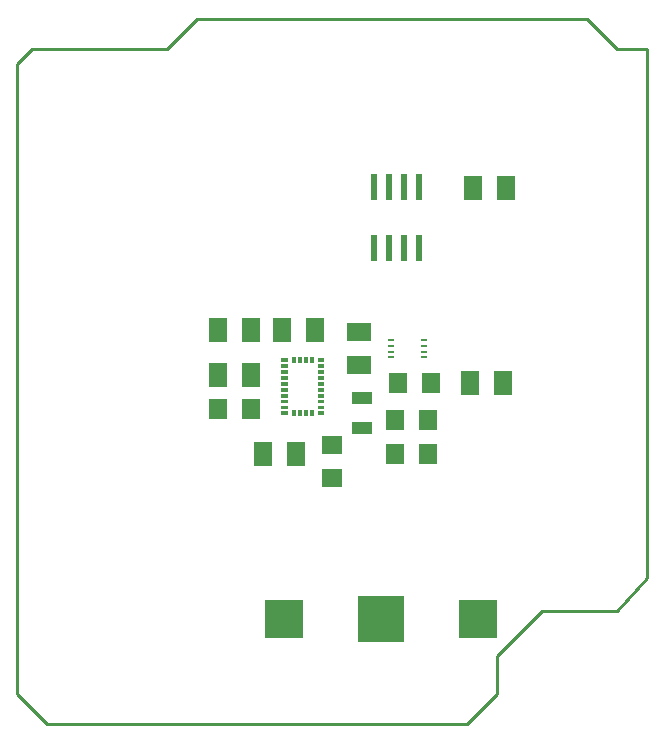
<source format=gbp>
G75*
%MOIN*%
%OFA0B0*%
%FSLAX25Y25*%
%IPPOS*%
%LPD*%
%AMOC8*
5,1,8,0,0,1.08239X$1,22.5*
%
%ADD10C,0.01000*%
%ADD11R,0.06299X0.07874*%
%ADD12R,0.02362X0.08661*%
%ADD13C,0.00236*%
%ADD14R,0.01969X0.00984*%
%ADD15R,0.06299X0.07087*%
%ADD16R,0.07087X0.06299*%
%ADD17R,0.07874X0.06299*%
%ADD18R,0.07087X0.03937*%
%ADD19R,0.15354X0.15354*%
%ADD20R,0.12598X0.12598*%
D10*
X0015000Y0062524D02*
X0005000Y0072524D01*
X0005000Y0282524D01*
X0010000Y0287524D01*
X0055000Y0287524D01*
X0065000Y0297524D01*
X0195000Y0297524D01*
X0205000Y0287524D01*
X0215000Y0287524D01*
X0215000Y0111274D01*
X0205000Y0100024D01*
X0180000Y0100024D01*
X0165000Y0085024D01*
X0165000Y0072524D01*
X0155000Y0062524D01*
X0015000Y0062524D01*
D11*
X0086988Y0152524D03*
X0098012Y0152524D03*
X0083012Y0178774D03*
X0071988Y0178774D03*
X0071988Y0193774D03*
X0083012Y0193774D03*
X0093238Y0193774D03*
X0104262Y0193774D03*
X0155738Y0176274D03*
X0166762Y0176274D03*
X0168012Y0241274D03*
X0156988Y0241274D03*
D12*
X0138750Y0241510D03*
X0133750Y0241510D03*
X0128750Y0241510D03*
X0123750Y0241510D03*
X0123750Y0221037D03*
X0128750Y0221037D03*
X0133750Y0221037D03*
X0138750Y0221037D03*
D13*
X0107008Y0184354D02*
X0107008Y0183410D01*
X0105276Y0183410D01*
X0105276Y0184354D01*
X0107008Y0184354D01*
X0107008Y0183645D02*
X0105276Y0183645D01*
X0105276Y0183880D02*
X0107008Y0183880D01*
X0107008Y0184115D02*
X0105276Y0184115D01*
X0105276Y0184350D02*
X0107008Y0184350D01*
X0107008Y0182385D02*
X0107008Y0181441D01*
X0105276Y0181441D01*
X0105276Y0182385D01*
X0107008Y0182385D01*
X0107008Y0181676D02*
X0105276Y0181676D01*
X0105276Y0181911D02*
X0107008Y0181911D01*
X0107008Y0182146D02*
X0105276Y0182146D01*
X0105276Y0182381D02*
X0107008Y0182381D01*
X0107008Y0180417D02*
X0107008Y0179473D01*
X0105276Y0179473D01*
X0105276Y0180417D01*
X0107008Y0180417D01*
X0107008Y0179708D02*
X0105276Y0179708D01*
X0105276Y0179943D02*
X0107008Y0179943D01*
X0107008Y0180178D02*
X0105276Y0180178D01*
X0105276Y0180413D02*
X0107008Y0180413D01*
X0107008Y0178448D02*
X0107008Y0177504D01*
X0105276Y0177504D01*
X0105276Y0178448D01*
X0107008Y0178448D01*
X0107008Y0177739D02*
X0105276Y0177739D01*
X0105276Y0177974D02*
X0107008Y0177974D01*
X0107008Y0178209D02*
X0105276Y0178209D01*
X0105276Y0178444D02*
X0107008Y0178444D01*
X0107008Y0176480D02*
X0107008Y0175536D01*
X0105276Y0175536D01*
X0105276Y0176480D01*
X0107008Y0176480D01*
X0107008Y0175771D02*
X0105276Y0175771D01*
X0105276Y0176006D02*
X0107008Y0176006D01*
X0107008Y0176241D02*
X0105276Y0176241D01*
X0105276Y0176476D02*
X0107008Y0176476D01*
X0107008Y0174511D02*
X0107008Y0173567D01*
X0105276Y0173567D01*
X0105276Y0174511D01*
X0107008Y0174511D01*
X0107008Y0173802D02*
X0105276Y0173802D01*
X0105276Y0174037D02*
X0107008Y0174037D01*
X0107008Y0174272D02*
X0105276Y0174272D01*
X0105276Y0174507D02*
X0107008Y0174507D01*
X0107008Y0172543D02*
X0107008Y0171599D01*
X0105276Y0171599D01*
X0105276Y0172543D01*
X0107008Y0172543D01*
X0107008Y0171834D02*
X0105276Y0171834D01*
X0105276Y0172069D02*
X0107008Y0172069D01*
X0107008Y0172304D02*
X0105276Y0172304D01*
X0105276Y0172539D02*
X0107008Y0172539D01*
X0107008Y0170574D02*
X0107008Y0169630D01*
X0105276Y0169630D01*
X0105276Y0170574D01*
X0107008Y0170574D01*
X0107008Y0169865D02*
X0105276Y0169865D01*
X0105276Y0170100D02*
X0107008Y0170100D01*
X0107008Y0170335D02*
X0105276Y0170335D01*
X0105276Y0170570D02*
X0107008Y0170570D01*
X0107008Y0168606D02*
X0107008Y0167662D01*
X0105276Y0167662D01*
X0105276Y0168606D01*
X0107008Y0168606D01*
X0107008Y0167897D02*
X0105276Y0167897D01*
X0105276Y0168132D02*
X0107008Y0168132D01*
X0107008Y0168367D02*
X0105276Y0168367D01*
X0105276Y0168602D02*
X0107008Y0168602D01*
X0107008Y0166637D02*
X0107008Y0165693D01*
X0105276Y0165693D01*
X0105276Y0166637D01*
X0107008Y0166637D01*
X0107008Y0165928D02*
X0105276Y0165928D01*
X0105276Y0166163D02*
X0107008Y0166163D01*
X0107008Y0166398D02*
X0105276Y0166398D01*
X0105276Y0166633D02*
X0107008Y0166633D01*
X0103425Y0165299D02*
X0102481Y0165299D01*
X0102481Y0167031D01*
X0103425Y0167031D01*
X0103425Y0165299D01*
X0103425Y0165534D02*
X0102481Y0165534D01*
X0102481Y0165769D02*
X0103425Y0165769D01*
X0103425Y0166004D02*
X0102481Y0166004D01*
X0102481Y0166239D02*
X0103425Y0166239D01*
X0103425Y0166474D02*
X0102481Y0166474D01*
X0102481Y0166709D02*
X0103425Y0166709D01*
X0103425Y0166944D02*
X0102481Y0166944D01*
X0101456Y0165299D02*
X0100512Y0165299D01*
X0100512Y0167031D01*
X0101456Y0167031D01*
X0101456Y0165299D01*
X0101456Y0165534D02*
X0100512Y0165534D01*
X0100512Y0165769D02*
X0101456Y0165769D01*
X0101456Y0166004D02*
X0100512Y0166004D01*
X0100512Y0166239D02*
X0101456Y0166239D01*
X0101456Y0166474D02*
X0100512Y0166474D01*
X0100512Y0166709D02*
X0101456Y0166709D01*
X0101456Y0166944D02*
X0100512Y0166944D01*
X0099488Y0165299D02*
X0098544Y0165299D01*
X0098544Y0167031D01*
X0099488Y0167031D01*
X0099488Y0165299D01*
X0099488Y0165534D02*
X0098544Y0165534D01*
X0098544Y0165769D02*
X0099488Y0165769D01*
X0099488Y0166004D02*
X0098544Y0166004D01*
X0098544Y0166239D02*
X0099488Y0166239D01*
X0099488Y0166474D02*
X0098544Y0166474D01*
X0098544Y0166709D02*
X0099488Y0166709D01*
X0099488Y0166944D02*
X0098544Y0166944D01*
X0097519Y0165299D02*
X0096575Y0165299D01*
X0096575Y0167031D01*
X0097519Y0167031D01*
X0097519Y0165299D01*
X0097519Y0165534D02*
X0096575Y0165534D01*
X0096575Y0165769D02*
X0097519Y0165769D01*
X0097519Y0166004D02*
X0096575Y0166004D01*
X0096575Y0166239D02*
X0097519Y0166239D01*
X0097519Y0166474D02*
X0096575Y0166474D01*
X0096575Y0166709D02*
X0097519Y0166709D01*
X0097519Y0166944D02*
X0096575Y0166944D01*
X0094724Y0166637D02*
X0094724Y0165693D01*
X0092992Y0165693D01*
X0092992Y0166637D01*
X0094724Y0166637D01*
X0094724Y0165928D02*
X0092992Y0165928D01*
X0092992Y0166163D02*
X0094724Y0166163D01*
X0094724Y0166398D02*
X0092992Y0166398D01*
X0092992Y0166633D02*
X0094724Y0166633D01*
X0094724Y0167662D02*
X0094724Y0168606D01*
X0094724Y0167662D02*
X0092992Y0167662D01*
X0092992Y0168606D01*
X0094724Y0168606D01*
X0094724Y0167897D02*
X0092992Y0167897D01*
X0092992Y0168132D02*
X0094724Y0168132D01*
X0094724Y0168367D02*
X0092992Y0168367D01*
X0092992Y0168602D02*
X0094724Y0168602D01*
X0094724Y0169630D02*
X0094724Y0170574D01*
X0094724Y0169630D02*
X0092992Y0169630D01*
X0092992Y0170574D01*
X0094724Y0170574D01*
X0094724Y0169865D02*
X0092992Y0169865D01*
X0092992Y0170100D02*
X0094724Y0170100D01*
X0094724Y0170335D02*
X0092992Y0170335D01*
X0092992Y0170570D02*
X0094724Y0170570D01*
X0094724Y0171599D02*
X0094724Y0172543D01*
X0094724Y0171599D02*
X0092992Y0171599D01*
X0092992Y0172543D01*
X0094724Y0172543D01*
X0094724Y0171834D02*
X0092992Y0171834D01*
X0092992Y0172069D02*
X0094724Y0172069D01*
X0094724Y0172304D02*
X0092992Y0172304D01*
X0092992Y0172539D02*
X0094724Y0172539D01*
X0094724Y0173567D02*
X0094724Y0174511D01*
X0094724Y0173567D02*
X0092992Y0173567D01*
X0092992Y0174511D01*
X0094724Y0174511D01*
X0094724Y0173802D02*
X0092992Y0173802D01*
X0092992Y0174037D02*
X0094724Y0174037D01*
X0094724Y0174272D02*
X0092992Y0174272D01*
X0092992Y0174507D02*
X0094724Y0174507D01*
X0094724Y0175536D02*
X0094724Y0176480D01*
X0094724Y0175536D02*
X0092992Y0175536D01*
X0092992Y0176480D01*
X0094724Y0176480D01*
X0094724Y0175771D02*
X0092992Y0175771D01*
X0092992Y0176006D02*
X0094724Y0176006D01*
X0094724Y0176241D02*
X0092992Y0176241D01*
X0092992Y0176476D02*
X0094724Y0176476D01*
X0094724Y0177504D02*
X0094724Y0178448D01*
X0094724Y0177504D02*
X0092992Y0177504D01*
X0092992Y0178448D01*
X0094724Y0178448D01*
X0094724Y0177739D02*
X0092992Y0177739D01*
X0092992Y0177974D02*
X0094724Y0177974D01*
X0094724Y0178209D02*
X0092992Y0178209D01*
X0092992Y0178444D02*
X0094724Y0178444D01*
X0094724Y0179473D02*
X0094724Y0180417D01*
X0094724Y0179473D02*
X0092992Y0179473D01*
X0092992Y0180417D01*
X0094724Y0180417D01*
X0094724Y0179708D02*
X0092992Y0179708D01*
X0092992Y0179943D02*
X0094724Y0179943D01*
X0094724Y0180178D02*
X0092992Y0180178D01*
X0092992Y0180413D02*
X0094724Y0180413D01*
X0094724Y0181441D02*
X0094724Y0182385D01*
X0094724Y0181441D02*
X0092992Y0181441D01*
X0092992Y0182385D01*
X0094724Y0182385D01*
X0094724Y0181676D02*
X0092992Y0181676D01*
X0092992Y0181911D02*
X0094724Y0181911D01*
X0094724Y0182146D02*
X0092992Y0182146D01*
X0092992Y0182381D02*
X0094724Y0182381D01*
X0094724Y0183410D02*
X0094724Y0184354D01*
X0094724Y0183410D02*
X0092992Y0183410D01*
X0092992Y0184354D01*
X0094724Y0184354D01*
X0094724Y0183645D02*
X0092992Y0183645D01*
X0092992Y0183880D02*
X0094724Y0183880D01*
X0094724Y0184115D02*
X0092992Y0184115D01*
X0092992Y0184350D02*
X0094724Y0184350D01*
X0096575Y0183016D02*
X0097519Y0183016D01*
X0096575Y0183016D02*
X0096575Y0184748D01*
X0097519Y0184748D01*
X0097519Y0183016D01*
X0097519Y0183251D02*
X0096575Y0183251D01*
X0096575Y0183486D02*
X0097519Y0183486D01*
X0097519Y0183721D02*
X0096575Y0183721D01*
X0096575Y0183956D02*
X0097519Y0183956D01*
X0097519Y0184191D02*
X0096575Y0184191D01*
X0096575Y0184426D02*
X0097519Y0184426D01*
X0097519Y0184661D02*
X0096575Y0184661D01*
X0098544Y0183016D02*
X0099488Y0183016D01*
X0098544Y0183016D02*
X0098544Y0184748D01*
X0099488Y0184748D01*
X0099488Y0183016D01*
X0099488Y0183251D02*
X0098544Y0183251D01*
X0098544Y0183486D02*
X0099488Y0183486D01*
X0099488Y0183721D02*
X0098544Y0183721D01*
X0098544Y0183956D02*
X0099488Y0183956D01*
X0099488Y0184191D02*
X0098544Y0184191D01*
X0098544Y0184426D02*
X0099488Y0184426D01*
X0099488Y0184661D02*
X0098544Y0184661D01*
X0100512Y0183016D02*
X0101456Y0183016D01*
X0100512Y0183016D02*
X0100512Y0184748D01*
X0101456Y0184748D01*
X0101456Y0183016D01*
X0101456Y0183251D02*
X0100512Y0183251D01*
X0100512Y0183486D02*
X0101456Y0183486D01*
X0101456Y0183721D02*
X0100512Y0183721D01*
X0100512Y0183956D02*
X0101456Y0183956D01*
X0101456Y0184191D02*
X0100512Y0184191D01*
X0100512Y0184426D02*
X0101456Y0184426D01*
X0101456Y0184661D02*
X0100512Y0184661D01*
X0102481Y0183016D02*
X0103425Y0183016D01*
X0102481Y0183016D02*
X0102481Y0184748D01*
X0103425Y0184748D01*
X0103425Y0183016D01*
X0103425Y0183251D02*
X0102481Y0183251D01*
X0102481Y0183486D02*
X0103425Y0183486D01*
X0103425Y0183721D02*
X0102481Y0183721D01*
X0102481Y0183956D02*
X0103425Y0183956D01*
X0103425Y0184191D02*
X0102481Y0184191D01*
X0102481Y0184426D02*
X0103425Y0184426D01*
X0103425Y0184661D02*
X0102481Y0184661D01*
D14*
X0129606Y0184650D03*
X0129606Y0186618D03*
X0129606Y0188587D03*
X0129606Y0190555D03*
X0140433Y0190555D03*
X0140433Y0188587D03*
X0140433Y0186618D03*
X0140433Y0184650D03*
D15*
X0143012Y0176274D03*
X0141762Y0163774D03*
X0141762Y0152524D03*
X0130738Y0152524D03*
X0130738Y0163774D03*
X0131988Y0176274D03*
X0083012Y0167524D03*
X0071988Y0167524D03*
D16*
X0110000Y0155535D03*
X0110000Y0144512D03*
D17*
X0118750Y0182012D03*
X0118750Y0193035D03*
D18*
X0120000Y0171116D03*
X0120000Y0161274D03*
D19*
X0126250Y0097524D03*
D20*
X0093967Y0097524D03*
X0158533Y0097524D03*
M02*

</source>
